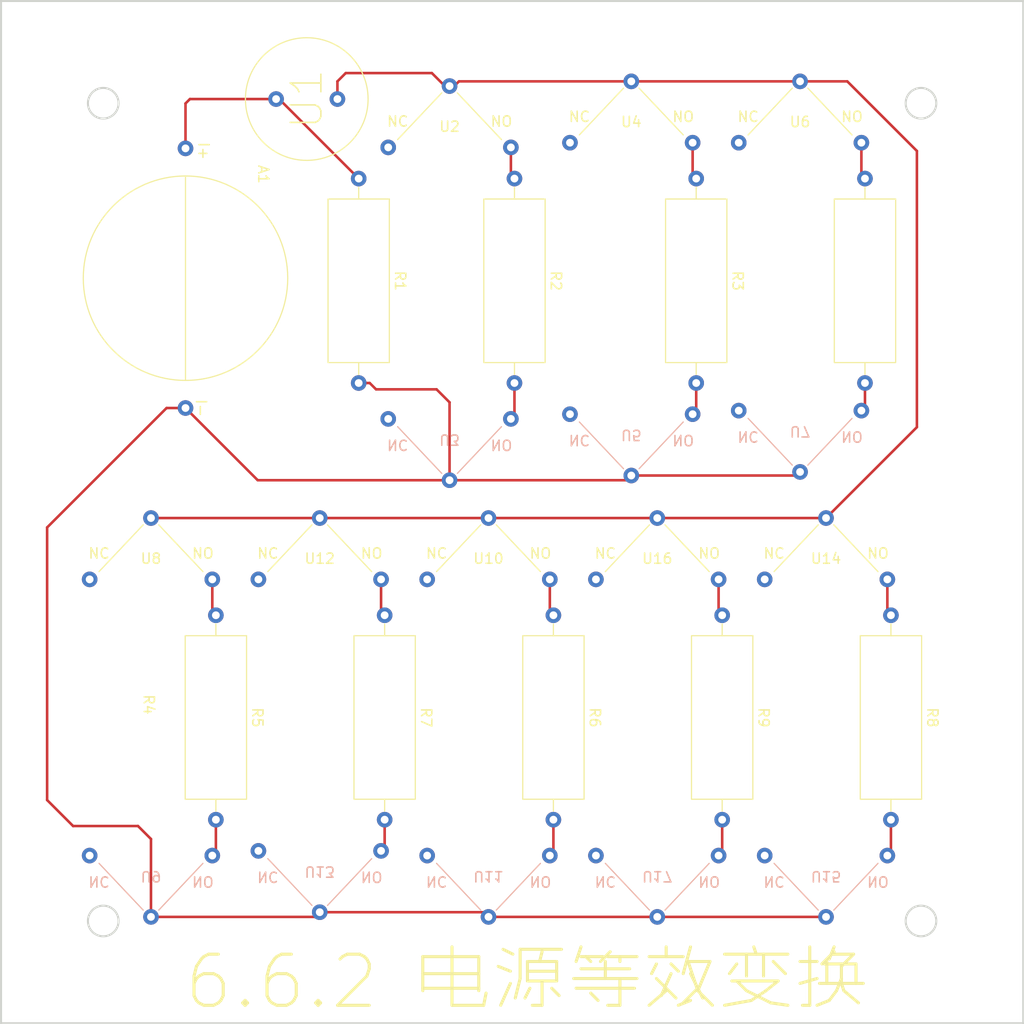
<source format=kicad_pcb>
(kicad_pcb (version 20211014) (generator pcbnew)
  (layers (0 "F.Cu" signal) (31 "B.Cu" signal) (34 "B.Paste" user) (35 "F.Paste" user) (36 "B.SilkS" user "B.Silkscreen") (37 "F.SilkS" user "F.Silkscreen") (38 "B.Mask" user) (39 "F.Mask" user) (44 "Edge.Cuts" user))
  (net 0 "")
  (net 1 "Net-(A1-Pad2)")
  (net 2 "Net-(R3-Pad1)")
  (net 3 "Net-(R3-Pad2)")
  (net 4 "Net-(R6-Pad2)")
  (net 21 "Net-(U1-Pad1)")
  (net 22 "Net-(U2-Pad3)")
  (net 23 "Net-(U3-Pad3)")
  (net 24 "Net-(U6-Pad3)")
  (net 25 "Net-(U7-Pad3)")
  (net 26 "Net-(U8-Pad3)")
  (net 27 "Net-(U9-Pad3)")
  (net 28 "Net-(U10-Pad3)")
  (net 29 "Net-(U12-Pad3)")
  (net 30 "Net-(U13-Pad3)")
  (net 31 "Net-(U14-Pad3)")
  (net 32 "Net-(U15-Pad3)")
  (net 33 "Net-(U16-Pad3)")
  (net 34 "Net-(U17-Pad3)")
  (net 35 "Net-(U6-Pad1)")
  (footprint "test2021:R" (layer "F.Cu") (at 99.06 82.09 -90)
    (fp_text reference "R8" (at 0 -4.064 -90 unlocked) (layer "F.SilkS"))
    (fp_text value "R")
    (fp_line (start -8 0) (end -9.144 0) (layer "F.SilkS") (width 0.12))
    (fp_line (start 8 0) (end 9.144 0) (layer "F.SilkS") (width 0.12))
    (fp_rect (start -8 -3) (end 8 3) (layer "F.SilkS") (width 0.12) (fill none))
    (pad "1" thru_hole circle (at -10 0 270) (size 1.524 1.524) (drill 0.762) (layers *.Cu *.Mask) (net 31 "Net-(U14-Pad3)"))
    (pad "2" thru_hole circle (at 10 0 270) (size 1.524 1.524) (drill 0.762) (layers *.Cu *.Mask) (net 32 "Net-(U15-Pad3)"))
  )
  (footprint "test2021:Multimeter" (layer "F.Cu") (at 41.91 21.59 90)
    (fp_text reference "U1" (at 0 0 90 unlocked) (layer "F.SilkS") (effects (font (size 3 3))))
    (fp_text value "mA")
    (fp_circle (center 0 0) (end 6 0) (layer "F.SilkS") (width 0.12) (fill none))
    (pad "1" thru_hole circle (at 0 -3 90) (size 1.524 1.524) (drill 0.762) (layers *.Cu *.Mask) (net 21 "Net-(U1-Pad1)"))
    (pad "2" thru_hole circle (at 0 3 90) (size 1.524 1.524) (drill 0.762) (layers *.Cu *.Mask) (net 35 "Net-(U6-Pad1)"))
  )
  (footprint "test2021:R" (layer "F.Cu") (at 66.04 82.09 -90)
    (fp_text reference "R6" (at 0 -4.064 -90 unlocked) (layer "F.SilkS"))
    (fp_text value "R")
    (fp_line (start -8 0) (end -9.144 0) (layer "F.SilkS") (width 0.12))
    (fp_line (start 8 0) (end 9.144 0) (layer "F.SilkS") (width 0.12))
    (fp_rect (start -8 -3) (end 8 3) (layer "F.SilkS") (width 0.12) (fill none))
    (pad "1" thru_hole circle (at -10 0 270) (size 1.524 1.524) (drill 0.762) (layers *.Cu *.Mask) (net 28 "Net-(U10-Pad3)"))
    (pad "2" thru_hole circle (at 10 0 270) (size 1.524 1.524) (drill 0.762) (layers *.Cu *.Mask) (net 4 "Net-(R6-Pad2)"))
  )
  (footprint "test2021:RLy" (layer "F.Cu") (at 43.18 68.58)
    (fp_text reference "U12" (at 0 -2.032 unlocked) (layer "F.SilkS"))
    (fp_text value "Rly")
    (fp_text user "NO" (at 5.08 -2.54 unlocked) (layer "F.SilkS"))
    (fp_text user "NC" (at -5.08 -2.54 unlocked) (layer "F.SilkS"))
    (fp_line (start -0.762 -5.334) (end -5.08 -0.762) (layer "F.SilkS") (width 0.12))
    (fp_line (start 0.762 -5.334) (end 5.08 -0.762) (layer "F.SilkS") (width 0.12))
    (pad "1" thru_hole circle (at 0 -6) (size 1.524 1.524) (drill 0.762) (layers *.Cu *.Mask) (net 35 "Net-(U6-Pad1)"))
    (pad "2" thru_hole circle (at -6 0) (size 1.524 1.524) (drill 0.762) (layers *.Cu *.Mask))
    (pad "3" thru_hole circle (at 6 0) (size 1.524 1.524) (drill 0.762) (layers *.Cu *.Mask) (net 29 "Net-(U12-Pad3)"))
  )
  (footprint "test2021:RLy" (layer "F.Cu") (at 90.17 25.86)
    (fp_text reference "U6" (at 0 -2.032 unlocked) (layer "F.SilkS"))
    (fp_text value "Rly")
    (fp_text user "NC" (at -5.08 -2.54 unlocked) (layer "F.SilkS"))
    (fp_text user "NO" (at 5.08 -2.54 unlocked) (layer "F.SilkS"))
    (fp_line (start 0.762 -5.334) (end 5.08 -0.762) (layer "F.SilkS") (width 0.12))
    (fp_line (start -0.762 -5.334) (end -5.08 -0.762) (layer "F.SilkS") (width 0.12))
    (pad "1" thru_hole circle (at 0 -6) (size 1.524 1.524) (drill 0.762) (layers *.Cu *.Mask) (net 35 "Net-(U6-Pad1)"))
    (pad "2" thru_hole circle (at -6 0) (size 1.524 1.524) (drill 0.762) (layers *.Cu *.Mask))
    (pad "3" thru_hole circle (at 6 0) (size 1.524 1.524) (drill 0.762) (layers *.Cu *.Mask) (net 24 "Net-(U6-Pad3)"))
  )
  (footprint "test2021:R" (layer "F.Cu") (at 62.23 39.37 -90)
    (fp_text reference "R2" (at 0 -4.064 -90 unlocked) (layer "F.SilkS"))
    (fp_text value "R")
    (fp_line (start -8 0) (end -9.144 0) (layer "F.SilkS") (width 0.12))
    (fp_line (start 8 0) (end 9.144 0) (layer "F.SilkS") (width 0.12))
    (fp_rect (start -8 -3) (end 8 3) (layer "F.SilkS") (width 0.12) (fill none))
    (pad "1" thru_hole circle (at -10 0 270) (size 1.524 1.524) (drill 0.762) (layers *.Cu *.Mask) (net 22 "Net-(U2-Pad3)"))
    (pad "2" thru_hole circle (at 10 0 270) (size 1.524 1.524) (drill 0.762) (layers *.Cu *.Mask) (net 23 "Net-(U3-Pad3)"))
  )
  (footprint "test2021:RLy" (layer "F.Cu") (at 76.2 68.58)
    (fp_text reference "U16" (at 0 -2.032 unlocked) (layer "F.SilkS"))
    (fp_text value "Rly")
    (fp_text user "NO" (at 5.08 -2.54 unlocked) (layer "F.SilkS"))
    (fp_text user "NC" (at -5.08 -2.54 unlocked) (layer "F.SilkS"))
    (fp_line (start 0.762 -5.334) (end 5.08 -0.762) (layer "F.SilkS") (width 0.12))
    (fp_line (start -0.762 -5.334) (end -5.08 -0.762) (layer "F.SilkS") (width 0.12))
    (pad "1" thru_hole circle (at 0 -6) (size 1.524 1.524) (drill 0.762) (layers *.Cu *.Mask) (net 35 "Net-(U6-Pad1)"))
    (pad "2" thru_hole circle (at -6 0) (size 1.524 1.524) (drill 0.762) (layers *.Cu *.Mask))
    (pad "3" thru_hole circle (at 6 0) (size 1.524 1.524) (drill 0.762) (layers *.Cu *.Mask) (net 33 "Net-(U16-Pad3)"))
  )
  (footprint "test2021:RLy" (layer "F.Cu") (at 73.66 25.86)
    (fp_text reference "U4" (at 0 -2.032 unlocked) (layer "F.SilkS"))
    (fp_text value "Rly")
    (fp_text user "NC" (at -5.08 -2.54 unlocked) (layer "F.SilkS"))
    (fp_text user "NO" (at 5.08 -2.54 unlocked) (layer "F.SilkS"))
    (fp_line (start -0.762 -5.334) (end -5.08 -0.762) (layer "F.SilkS") (width 0.12))
    (fp_line (start 0.762 -5.334) (end 5.08 -0.762) (layer "F.SilkS") (width 0.12))
    (pad "1" thru_hole circle (at 0 -6) (size 1.524 1.524) (drill 0.762) (layers *.Cu *.Mask) (net 35 "Net-(U6-Pad1)"))
    (pad "2" thru_hole circle (at -6 0) (size 1.524 1.524) (drill 0.762) (layers *.Cu *.Mask))
    (pad "3" thru_hole circle (at 6 0) (size 1.524 1.524) (drill 0.762) (layers *.Cu *.Mask) (net 2 "Net-(R3-Pad1)"))
  )
  (footprint "test2021:RLy" (layer "F.Cu") (at 59.69 68.58)
    (fp_text reference "U10" (at 0 -2.032 unlocked) (layer "F.SilkS"))
    (fp_text value "Rly")
    (fp_text user "NC" (at -5.08 -2.54 unlocked) (layer "F.SilkS"))
    (fp_text user "NO" (at 5.08 -2.54 unlocked) (layer "F.SilkS"))
    (fp_line (start 0.762 -5.334) (end 5.08 -0.762) (layer "F.SilkS") (width 0.12))
    (fp_line (start -0.762 -5.334) (end -5.08 -0.762) (layer "F.SilkS") (width 0.12))
    (pad "1" thru_hole circle (at 0 -6) (size 1.524 1.524) (drill 0.762) (layers *.Cu *.Mask) (net 35 "Net-(U6-Pad1)"))
    (pad "2" thru_hole circle (at -6 0) (size 1.524 1.524) (drill 0.762) (layers *.Cu *.Mask))
    (pad "3" thru_hole circle (at 6 0) (size 1.524 1.524) (drill 0.762) (layers *.Cu *.Mask) (net 28 "Net-(U10-Pad3)"))
  )
  (footprint "test2021:RLy" (layer "F.Cu") (at 26.67 68.58)
    (fp_text reference "U8" (at 0 -2.032 unlocked) (layer "F.SilkS"))
    (fp_text value "Rly")
    (fp_text user "NC" (at -5.08 -2.54 unlocked) (layer "F.SilkS"))
    (fp_text user "NO" (at 5.08 -2.54 unlocked) (layer "F.SilkS"))
    (fp_line (start 0.762 -5.334) (end 5.08 -0.762) (layer "F.SilkS") (width 0.12))
    (fp_line (start -0.762 -5.334) (end -5.08 -0.762) (layer "F.SilkS") (width 0.12))
    (pad "1" thru_hole circle (at 0 -6) (size 1.524 1.524) (drill 0.762) (layers *.Cu *.Mask) (net 35 "Net-(U6-Pad1)"))
    (pad "2" thru_hole circle (at -6 0) (size 1.524 1.524) (drill 0.762) (layers *.Cu *.Mask))
    (pad "3" thru_hole circle (at 6 0) (size 1.524 1.524) (drill 0.762) (layers *.Cu *.Mask) (net 26 "Net-(U8-Pad3)"))
  )
  (footprint "test2021:R" (layer "F.Cu") (at 82.55 82.09 -90)
    (fp_text reference "R9" (at 0 -4.064 -90 unlocked) (layer "F.SilkS"))
    (fp_text value "R")
    (fp_line (start 8 0) (end 9.144 0) (layer "F.SilkS") (width 0.12))
    (fp_line (start -8 0) (end -9.144 0) (layer "F.SilkS") (width 0.12))
    (fp_rect (start -8 -3) (end 8 3) (layer "F.SilkS") (width 0.12) (fill none))
    (pad "1" thru_hole circle (at -10 0 270) (size 1.524 1.524) (drill 0.762) (layers *.Cu *.Mask) (net 33 "Net-(U16-Pad3)"))
    (pad "2" thru_hole circle (at 10 0 270) (size 1.524 1.524) (drill 0.762) (layers *.Cu *.Mask) (net 34 "Net-(U17-Pad3)"))
  )
  (footprint "test2021:RLy" (layer "F.Cu") (at 55.88 26.32)
    (fp_text reference "U2" (at 0 -2.032 unlocked) (layer "F.SilkS"))
    (fp_text value "Rly")
    (fp_text user "NO" (at 5.08 -2.54 unlocked) (layer "F.SilkS"))
    (fp_text user "NC" (at -5.08 -2.54 unlocked) (layer "F.SilkS"))
    (fp_line (start 0.762 -5.334) (end 5.08 -0.762) (layer "F.SilkS") (width 0.12))
    (fp_line (start -0.762 -5.334) (end -5.08 -0.762) (layer "F.SilkS") (width 0.12))
    (pad "1" thru_hole circle (at 0 -6) (size 1.524 1.524) (drill 0.762) (layers *.Cu *.Mask) (net 35 "Net-(U6-Pad1)"))
    (pad "2" thru_hole circle (at -6 0) (size 1.524 1.524) (drill 0.762) (layers *.Cu *.Mask))
    (pad "3" thru_hole circle (at 6 0) (size 1.524 1.524) (drill 0.762) (layers *.Cu *.Mask) (net 22 "Net-(U2-Pad3)"))
  )
  (footprint "test2021:R" (layer "F.Cu") (at 46.99 39.37 -90)
    (fp_text reference "R1" (at 0 -4.064 -90 unlocked) (layer "F.SilkS"))
    (fp_text value "R")
    (fp_line (start -8 0) (end -9.144 0) (layer "F.SilkS") (width 0.12))
    (fp_line (start 8 0) (end 9.144 0) (layer "F.SilkS") (width 0.12))
    (fp_rect (start -8 -3) (end 8 3) (layer "F.SilkS") (width 0.12) (fill none))
    (pad "1" thru_hole circle (at -10 0 270) (size 1.524 1.524) (drill 0.762) (layers *.Cu *.Mask) (net 21 "Net-(U1-Pad1)"))
    (pad "2" thru_hole circle (at 10 0 270) (size 1.524 1.524) (drill 0.762) (layers *.Cu *.Mask) (net 1 "Net-(A1-Pad2)"))
  )
  (footprint "test2021:R" (layer "F.Cu") (at 49.53 82.09 -90)
    (fp_text reference "R7" (at 0 -4.064 -90 unlocked) (layer "F.SilkS"))
    (fp_text value "R")
    (fp_line (start -8 0) (end -9.144 0) (layer "F.SilkS") (width 0.12))
    (fp_line (start 8 0) (end 9.144 0) (layer "F.SilkS") (width 0.12))
    (fp_rect (start -8 -3) (end 8 3) (layer "F.SilkS") (width 0.12) (fill none))
    (pad "1" thru_hole circle (at -10 0 270) (size 1.524 1.524) (drill 0.762) (layers *.Cu *.Mask) (net 29 "Net-(U12-Pad3)"))
    (pad "2" thru_hole circle (at 10 0 270) (size 1.524 1.524) (drill 0.762) (layers *.Cu *.Mask) (net 30 "Net-(U13-Pad3)"))
  )
  (footprint "test2021:R" (layer "F.Cu") (at 33.02 82.09 -90)
    (fp_text reference "R5" (at 0 -4.064 -90 unlocked) (layer "F.SilkS"))
    (fp_text value "R")
    (fp_line (start -8 0) (end -9.144 0) (layer "F.SilkS") (width 0.12))
    (fp_line (start 8 0) (end 9.144 0) (layer "F.SilkS") (width 0.12))
    (fp_rect (start -8 -3) (end 8 3) (layer "F.SilkS") (width 0.12) (fill none))
    (pad "1" thru_hole circle (at -10 0 270) (size 1.524 1.524) (drill 0.762) (layers *.Cu *.Mask) (net 26 "Net-(U8-Pad3)"))
    (pad "2" thru_hole circle (at 10 0 270) (size 1.524 1.524) (drill 0.762) (layers *.Cu *.Mask) (net 27 "Net-(U9-Pad3)"))
  )
  (footprint "test2021:R" (layer "F.Cu") (at 96.52 39.37 -90)
    (fp_text reference "R4" (at 41.45 70.056 -90 unlocked) (layer "F.SilkS"))
    (fp_text value "R")
    (fp_line (start -8 0) (end -9.144 0) (layer "F.SilkS") (width 0.12))
    (fp_line (start 8 0) (end 9.144 0) (layer "F.SilkS") (width 0.12))
    (fp_rect (start -8 -3) (end 8 3) (layer "F.SilkS") (width 0.12) (fill none))
    (pad "1" thru_hole circle (at -10 0 270) (size 1.524 1.524) (drill 0.762) (layers *.Cu *.Mask) (net 24 "Net-(U6-Pad3)"))
    (pad "2" thru_hole circle (at 10 0 270) (size 1.524 1.524) (drill 0.762) (layers *.Cu *.Mask) (net 25 "Net-(U7-Pad3)"))
  )
  (footprint "test2021:R" (layer "F.Cu") (at 80.01 39.37 -90)
    (fp_text reference "R3" (at 0 -4.064 -90 unlocked) (layer "F.SilkS"))
    (fp_text value "R")
    (fp_line (start 8 0) (end 9.144 0) (layer "F.SilkS") (width 0.12))
    (fp_line (start -8 0) (end -9.144 0) (layer "F.SilkS") (width 0.12))
    (fp_rect (start -8 -3) (end 8 3) (layer "F.SilkS") (width 0.12) (fill none))
    (pad "1" thru_hole circle (at -10 0 270) (size 1.524 1.524) (drill 0.762) (layers *.Cu *.Mask) (net 2 "Net-(R3-Pad1)"))
    (pad "2" thru_hole circle (at 10 0 270) (size 1.524 1.524) (drill 0.762) (layers *.Cu *.Mask) (net 3 "Net-(R3-Pad2)"))
  )
  (footprint "test2021:Is" (layer "F.Cu") (at 30.0482 39.116 -90)
    (fp_text reference "A1" (at -10.16 -7.62 -90 unlocked) (layer "F.SilkS"))
    (fp_text value "Is")
    (fp_text user "I-" (at 12.7 -1.524 -90 unlocked) (layer "F.SilkS"))
    (fp_text user "I+" (at -12.446 -1.778 -90 unlocked) (layer "F.SilkS"))
    (fp_line (start -10 0) (end 10 0) (layer "F.SilkS") (width 0.12))
    (fp_circle (center 0 0) (end 10 0) (layer "F.SilkS") (width 0.12) (fill none))
    (pad "1" thru_hole circle (at -12.7 0 270) (size 1.524 1.524) (drill 0.762) (layers *.Cu *.Mask) (net 21 "Net-(U1-Pad1)"))
    (pad "2" thru_hole circle (at 12.7 0 270) (size 1.524 1.524) (drill 0.762) (layers *.Cu *.Mask) (net 1 "Net-(A1-Pad2)"))
  )
  (footprint "test2021:RLy" (layer "F.Cu") (at 92.71 68.58)
    (fp_text reference "U14" (at 0 -2.032 unlocked) (layer "F.SilkS"))
    (fp_text value "Rly")
    (fp_text user "NO" (at 5.08 -2.54 unlocked) (layer "F.SilkS"))
    (fp_text user "NC" (at -5.08 -2.54 unlocked) (layer "F.SilkS"))
    (fp_line (start -0.762 -5.334) (end -5.08 -0.762) (layer "F.SilkS") (width 0.12))
    (fp_line (start 0.762 -5.334) (end 5.08 -0.762) (layer "F.SilkS") (width 0.12))
    (pad "1" thru_hole circle (at 0 -6) (size 1.524 1.524) (drill 0.762) (layers *.Cu *.Mask) (net 35 "Net-(U6-Pad1)"))
    (pad "2" thru_hole circle (at -6 0) (size 1.524 1.524) (drill 0.762) (layers *.Cu *.Mask))
    (pad "3" thru_hole circle (at 6 0) (size 1.524 1.524) (drill 0.762) (layers *.Cu *.Mask) (net 31 "Net-(U14-Pad3)"))
  )
  (footprint "test2021:RLy" (layer "B.Cu") (at 90.17 52.07)
    (fp_text reference "U7" (at 0 2.032 180 unlocked) (layer "B.SilkS") (effects (justify mirror)))
    (fp_text value "Rly")
    (fp_text user "NC" (at -5.08 2.54 180 unlocked) (layer "B.SilkS") (effects (justify mirror)))
    (fp_text user "NO" (at 5.08 2.54 180 unlocked) (layer "B.SilkS") (effects (justify mirror)))
    (fp_line (start -0.762 5.334) (end -5.08 0.762) (layer "B.SilkS") (width 0.12))
    (fp_line (start 0.762 5.334) (end 5.08 0.762) (layer "B.SilkS") (width 0.12))
    (pad "1" thru_hole circle (at 0 6) (size 1.524 1.524) (drill 0.762) (layers *.Cu *.Mask) (net 1 "Net-(A1-Pad2)"))
    (pad "2" thru_hole circle (at -6 0) (size 1.524 1.524) (drill 0.762) (layers *.Cu *.Mask))
    (pad "3" thru_hole circle (at 6 0) (size 1.524 1.524) (drill 0.762) (layers *.Cu *.Mask) (net 25 "Net-(U7-Pad3)"))
  )
  (footprint "test2021:RLy" (layer "B.Cu") (at 76.2 95.6)
    (fp_text reference "U17" (at 0 2.032 180 unlocked) (layer "B.SilkS") (effects (justify mirror)))
    (fp_text value "Rly")
    (fp_text user "NO" (at 5.08 2.54 180 unlocked) (layer "B.SilkS") (effects (justify mirror)))
    (fp_text user "NC" (at -5.08 2.54 180 unlocked) (layer "B.SilkS") (effects (justify mirror)))
    (fp_line (start 0.762 5.334) (end 5.08 0.762) (layer "B.SilkS") (width 0.12))
    (fp_line (start -0.762 5.334) (end -5.08 0.762) (layer "B.SilkS") (width 0.12))
    (pad "1" thru_hole circle (at 0 6) (size 1.524 1.524) (drill 0.762) (layers *.Cu *.Mask) (net 1 "Net-(A1-Pad2)"))
    (pad "2" thru_hole circle (at -6 0) (size 1.524 1.524) (drill 0.762) (layers *.Cu *.Mask))
    (pad "3" thru_hole circle (at 6 0) (size 1.524 1.524) (drill 0.762) (layers *.Cu *.Mask) (net 34 "Net-(U17-Pad3)"))
  )
  (footprint "test2021:RLy" (layer "B.Cu") (at 92.71 95.6)
    (fp_text reference "U15" (at 0 2.032 180 unlocked) (layer "B.SilkS") (effects (justify mirror)))
    (fp_text value "Rly")
    (fp_text user "NO" (at 5.08 2.54 180 unlocked) (layer "B.SilkS") (effects (justify mirror)))
    (fp_text user "NC" (at -5.08 2.54 180 unlocked) (layer "B.SilkS") (effects (justify mirror)))
    (fp_line (start 0.762 5.334) (end 5.08 0.762) (layer "B.SilkS") (width 0.12))
    (fp_line (start -0.762 5.334) (end -5.08 0.762) (layer "B.SilkS") (width 0.12))
    (pad "1" thru_hole circle (at 0 6) (size 1.524 1.524) (drill 0.762) (layers *.Cu *.Mask) (net 1 "Net-(A1-Pad2)"))
    (pad "2" thru_hole circle (at -6 0) (size 1.524 1.524) (drill 0.762) (layers *.Cu *.Mask))
    (pad "3" thru_hole circle (at 6 0) (size 1.524 1.524) (drill 0.762) (layers *.Cu *.Mask) (net 32 "Net-(U15-Pad3)"))
  )
  (footprint "test2021:RLy" (layer "B.Cu") (at 59.69 95.6)
    (fp_text reference "U11" (at 0 2.032 180 unlocked) (layer "B.SilkS") (effects (justify mirror)))
    (fp_text value "Rly")
    (fp_text user "NC" (at -5.08 2.54 180 unlocked) (layer "B.SilkS") (effects (justify mirror)))
    (fp_text user "NO" (at 5.08 2.54 180 unlocked) (layer "B.SilkS") (effects (justify mirror)))
    (fp_line (start 0.762 5.334) (end 5.08 0.762) (layer "B.SilkS") (width 0.12))
    (fp_line (start -0.762 5.334) (end -5.08 0.762) (layer "B.SilkS") (width 0.12))
    (pad "1" thru_hole circle (at 0 6) (size 1.524 1.524) (drill 0.762) (layers *.Cu *.Mask) (net 1 "Net-(A1-Pad2)"))
    (pad "2" thru_hole circle (at -6 0) (size 1.524 1.524) (drill 0.762) (layers *.Cu *.Mask))
    (pad "3" thru_hole circle (at 6 0) (size 1.524 1.524) (drill 0.762) (layers *.Cu *.Mask) (net 4 "Net-(R6-Pad2)"))
  )
  (footprint "test2021:RLy" (layer "B.Cu") (at 73.66 52.42)
    (fp_text reference "U5" (at 0 2.032 180 unlocked) (layer "B.SilkS") (effects (justify mirror)))
    (fp_text value "Rly")
    (fp_text user "NO" (at 5.08 2.54 180 unlocked) (layer "B.SilkS") (effects (justify mirror)))
    (fp_text user "NC" (at -5.08 2.54 180 unlocked) (layer "B.SilkS") (effects (justify mirror)))
    (fp_line (start 0.762 5.334) (end 5.08 0.762) (layer "B.SilkS") (width 0.12))
    (fp_line (start -0.762 5.334) (end -5.08 0.762) (layer "B.SilkS") (width 0.12))
    (pad "1" thru_hole circle (at 0 6) (size 1.524 1.524) (drill 0.762) (layers *.Cu *.Mask) (net 1 "Net-(A1-Pad2)"))
    (pad "2" thru_hole circle (at -6 0) (size 1.524 1.524) (drill 0.762) (layers *.Cu *.Mask))
    (pad "3" thru_hole circle (at 6 0) (size 1.524 1.524) (drill 0.762) (layers *.Cu *.Mask) (net 3 "Net-(R3-Pad2)"))
  )
  (footprint "test2021:RLy" (layer "B.Cu") (at 43.18 95.14)
    (fp_text reference "U13" (at 0 2.032 180 unlocked) (layer "B.SilkS") (effects (justify mirror)))
    (fp_text value "Rly")
    (fp_text user "NC" (at -5.08 2.54 180 unlocked) (layer "B.SilkS") (effects (justify mirror)))
    (fp_text user "NO" (at 5.08 2.54 180 unlocked) (layer "B.SilkS") (effects (justify mirror)))
    (fp_line (start -0.762 5.334) (end -5.08 0.762) (layer "B.SilkS") (width 0.12))
    (fp_line (start 0.762 5.334) (end 5.08 0.762) (layer "B.SilkS") (width 0.12))
    (pad "1" thru_hole circle (at 0 6) (size 1.524 1.524) (drill 0.762) (layers *.Cu *.Mask) (net 1 "Net-(A1-Pad2)"))
    (pad "2" thru_hole circle (at -6 0) (size 1.524 1.524) (drill 0.762) (layers *.Cu *.Mask))
    (pad "3" thru_hole circle (at 6 0) (size 1.524 1.524) (drill 0.762) (layers *.Cu *.Mask) (net 30 "Net-(U13-Pad3)"))
  )
  (footprint "test2021:RLy" (layer "B.Cu") (at 26.67 95.6)
    (fp_text reference "U9" (at 0 2.032 180 unlocked) (layer "B.SilkS") (effects (justify mirror)))
    (fp_text value "Rly")
    (fp_text user "NC" (at -5.08 2.54 180 unlocked) (layer "B.SilkS") (effects (justify mirror)))
    (fp_text user "NO" (at 5.08 2.54 180 unlocked) (layer "B.SilkS") (effects (justify mirror)))
    (fp_line (start -0.762 5.334) (end -5.08 0.762) (layer "B.SilkS") (width 0.12))
    (fp_line (start 0.762 5.334) (end 5.08 0.762) (layer "B.SilkS") (width 0.12))
    (pad "1" thru_hole circle (at 0 6) (size 1.524 1.524) (drill 0.762) (layers *.Cu *.Mask) (net 1 "Net-(A1-Pad2)"))
    (pad "2" thru_hole circle (at -6 0) (size 1.524 1.524) (drill 0.762) (layers *.Cu *.Mask))
    (pad "3" thru_hole circle (at 6 0) (size 1.524 1.524) (drill 0.762) (layers *.Cu *.Mask) (net 27 "Net-(U9-Pad3)"))
  )
  (footprint "test2021:RLy" (layer "B.Cu") (at 55.88 52.88)
    (fp_text reference "U3" (at 0 2.032 180 unlocked) (layer "B.SilkS") (effects (justify mirror)))
    (fp_text value "Rly")
    (fp_text user "NC" (at -5.08 2.54 180 unlocked) (layer "B.SilkS") (effects (justify mirror)))
    (fp_text user "NO" (at 5.08 2.54 180 unlocked) (layer "B.SilkS") (effects (justify mirror)))
    (fp_line (start 0.762 5.334) (end 5.08 0.762) (layer "B.SilkS") (width 0.12))
    (fp_line (start -0.762 5.334) (end -5.08 0.762) (layer "B.SilkS") (width 0.12))
    (pad "1" thru_hole circle (at 0 6) (size 1.524 1.524) (drill 0.762) (layers *.Cu *.Mask) (net 1 "Net-(A1-Pad2)"))
    (pad "2" thru_hole circle (at -6 0) (size 1.524 1.524) (drill 0.762) (layers *.Cu *.Mask))
    (pad "3" thru_hole circle (at 6 0) (size 1.524 1.524) (drill 0.762) (layers *.Cu *.Mask) (net 23 "Net-(U3-Pad3)"))
  )
  (gr_circle (center 22 22) (end 23.5 22) (layer "Edge.Cuts") (width 0.2) (fill none))
  (gr_circle (center 22 102) (end 23.5 102) (layer "Edge.Cuts") (width 0.2) (fill none))
  (gr_rect (start 12 12) (end 112 112) (layer "Edge.Cuts") (width 0.2) (fill none))
  (gr_circle (center 102 102) (end 103.5 102) (layer "Edge.Cuts") (width 0.2) (fill none))
  (gr_circle (center 102 22) (end 103.5 22) (layer "Edge.Cuts") (width 0.2) (fill none))
  (gr_text "6.6.2 电源等效变换" (at 63.5 107.95) (layer "F.SilkS") (effects (font (size 5 5) (thickness 0.3))))
  (segment (start 46.99 49.37) (end 48.06763 49.37) (width 0.25) (layer "F.Cu") (net 1))
  (segment (start 42.72 101.6) (end 43.18 101.14) (width 0.25) (layer "F.Cu") (net 1))
  (segment (start 89.82 58.42) (end 90.17 58.07) (width 0.25) (layer "F.Cu") (net 1))
  (segment (start 26.67 93.98) (end 26.67 101.6) (width 0.25) (layer "F.Cu") (net 1))
  (segment (start 19.05 92.71) (end 25.4 92.71) (width 0.25) (layer "F.Cu") (net 1))
  (segment (start 55.88 58.88) (end 73.2 58.88) (width 0.25) (layer "F.Cu") (net 1))
  (segment (start 76.2 101.6) (end 92.71 101.6) (width 0.25) (layer "F.Cu") (net 1))
  (segment (start 54.61 49.99) (end 55.88 51.26) (width 0.25) (layer "F.Cu") (net 1))
  (segment (start 28.194 51.816) (end 16.51 63.5) (width 0.25) (layer "F.Cu") (net 1))
  (segment (start 73.66 58.42) (end 89.82 58.42) (width 0.25) (layer "F.Cu") (net 1))
  (segment (start 26.67 101.6) (end 42.72 101.6) (width 0.25) (layer "F.Cu") (net 1))
  (segment (start 55.88 51.26) (end 55.88 58.88) (width 0.25) (layer "F.Cu") (net 1))
  (segment (start 37.1122 58.88) (end 55.88 58.88) (width 0.25) (layer "F.Cu") (net 1))
  (segment (start 30.0482 51.816) (end 28.194 51.816) (width 0.25) (layer "F.Cu") (net 1))
  (segment (start 25.4 92.71) (end 26.67 93.98) (width 0.25) (layer "F.Cu") (net 1))
  (segment (start 48.68763 49.99) (end 54.61 49.99) (width 0.25) (layer "F.Cu") (net 1))
  (segment (start 16.51 90.17) (end 19.05 92.71) (width 0.25) (layer "F.Cu") (net 1))
  (segment (start 43.18 101.14) (end 59.23 101.14) (width 0.25) (layer "F.Cu") (net 1))
  (segment (start 48.06763 49.37) (end 48.68763 49.99) (width 0.25) (layer "F.Cu") (net 1))
  (segment (start 59.23 101.14) (end 59.69 101.6) (width 0.25) (layer "F.Cu") (net 1))
  (segment (start 59.69 101.6) (end 76.2 101.6) (width 0.25) (layer "F.Cu") (net 1))
  (segment (start 30.0482 51.816) (end 37.1122 58.88) (width 0.25) (layer "F.Cu") (net 1))
  (segment (start 73.2 58.88) (end 73.66 58.42) (width 0.25) (layer "F.Cu") (net 1))
  (segment (start 16.51 63.5) (end 16.51 90.17) (width 0.25) (layer "F.Cu") (net 1))
  (segment (start 79.66 25.86) (end 79.66 29.02) (width 0.25) (layer "F.Cu") (net 2))
  (segment (start 79.66 29.02) (end 80.01 29.37) (width 0.25) (layer "F.Cu") (net 2))
  (segment (start 80.01 49.37) (end 80.01 52.07) (width 0.25) (layer "F.Cu") (net 3))
  (segment (start 80.01 52.07) (end 79.66 52.42) (width 0.25) (layer "F.Cu") (net 3))
  (segment (start 66.04 92.09) (end 66.04 95.25) (width 0.25) (layer "F.Cu") (net 4))
  (segment (start 66.04 95.25) (end 65.69 95.6) (width 0.25) (layer "F.Cu") (net 4))
  (segment (start 30.0482 22.0218) (end 30.48 21.59) (width 0.25) (layer "F.Cu") (net 21))
  (segment (start 30.48 21.59) (end 38.91 21.59) (width 0.25) (layer "F.Cu") (net 21))
  (segment (start 38.91 21.29) (end 46.99 29.37) (width 0.25) (layer "F.Cu") (net 21))
  (segment (start 30.0482 26.416) (end 30.0482 22.0218) (width 0.25) (layer "F.Cu") (net 21))
  (segment (start 61.88 29.02) (end 62.23 29.37) (width 0.25) (layer "F.Cu") (net 22))
  (segment (start 61.88 26.32) (end 61.88 29.02) (width 0.25) (layer "F.Cu") (net 22))
  (segment (start 62.23 52.53) (end 61.88 52.88) (width 0.25) (layer "F.Cu") (net 23))
  (segment (start 62.23 49.37) (end 62.23 52.53) (width 0.25) (layer "F.Cu") (net 23))
  (segment (start 96.17 25.86) (end 96.17 29.02) (width 0.25) (layer "F.Cu") (net 24))
  (segment (start 96.17 29.02) (end 96.52 29.37) (width 0.25) (layer "F.Cu") (net 24))
  (segment (start 96.52 51.72) (end 96.17 52.07) (width 0.25) (layer "F.Cu") (net 25))
  (segment (start 96.52 49.37) (end 96.52 51.72) (width 0.25) (layer "F.Cu") (net 25))
  (segment (start 32.67 71.74) (end 33.02 72.09) (width 0.25) (layer "F.Cu") (net 26))
  (segment (start 32.67 68.58) (end 32.67 71.74) (width 0.25) (layer "F.Cu") (net 26))
  (segment (start 33.02 92.09) (end 33.02 95.25) (width 0.25) (layer "F.Cu") (net 27))
  (segment (start 33.02 95.25) (end 32.67 95.6) (width 0.25) (layer "F.Cu") (net 27))
  (segment (start 65.69 68.58) (end 65.69 71.74) (width 0.25) (layer "F.Cu") (net 28))
  (segment (start 65.69 71.74) (end 66.04 72.09) (width 0.25) (layer "F.Cu") (net 28))
  (segment (start 49.18 71.74) (end 49.53 72.09) (width 0.25) (layer "F.Cu") (net 29))
  (segment (start 49.18 68.58) (end 49.18 71.74) (width 0.25) (layer "F.Cu") (net 29))
  (segment (start 49.53 92.09) (end 49.53 94.79) (width 0.25) (layer "F.Cu") (net 30))
  (segment (start 49.53 94.79) (end 49.18 95.14) (width 0.25) (layer "F.Cu") (net 30))
  (segment (start 98.71 71.74) (end 99.06 72.09) (width 0.25) (layer "F.Cu") (net 31))
  (segment (start 98.71 68.58) (end 98.71 71.74) (width 0.25) (layer "F.Cu") (net 31))
  (segment (start 99.06 95.25) (end 98.71 95.6) (width 0.25) (layer "F.Cu") (net 32))
  (segment (start 99.06 92.09) (end 99.06 95.25) (width 0.25) (layer "F.Cu") (net 32))
  (segment (start 82.2 71.74) (end 82.55 72.09) (width 0.25) (layer "F.Cu") (net 33))
  (segment (start 82.2 68.58) (end 82.2 71.74) (width 0.25) (layer "F.Cu") (net 33))
  (segment (start 82.55 92.09) (end 82.55 95.25) (width 0.25) (layer "F.Cu") (net 34))
  (segment (start 82.55 95.25) (end 82.2 95.6) (width 0.25) (layer "F.Cu") (net 34))
  (segment (start 43.18 62.58) (end 59.34 62.58) (width 0.25) (layer "F.Cu") (net 35))
  (segment (start 59.69 62.23) (end 59.69 62.58) (width 0.25) (layer "F.Cu") (net 35))
  (segment (start 54.15 19.05) (end 55.88 20.78) (width 0.25) (layer "F.Cu") (net 35))
  (segment (start 101.6 26.67) (end 101.6 53.69) (width 0.25) (layer "F.Cu") (net 35))
  (segment (start 90.17 19.86) (end 94.79 19.86) (width 0.25) (layer "F.Cu") (net 35))
  (segment (start 26.67 62.58) (end 43.18 62.58) (width 0.25) (layer "F.Cu") (net 35))
  (segment (start 73.66 19.86) (end 90.52 19.86) (width 0.25) (layer "F.Cu") (net 35))
  (segment (start 94.79 19.86) (end 101.6 26.67) (width 0.25) (layer "F.Cu") (net 35))
  (segment (start 92.36 62.58) (end 92.71 62.23) (width 0.25) (layer "F.Cu") (net 35))
  (segment (start 59.34 62.58) (end 59.69 62.23) (width 0.25) (layer "F.Cu") (net 35))
  (segment (start 101.6 53.69) (end 92.71 62.58) (width 0.25) (layer "F.Cu") (net 35))
  (segment (start 45.72 19.05) (end 54.15 19.05) (width 0.25) (layer "F.Cu") (net 35))
  (segment (start 44.91 21.59) (end 44.91 19.86) (width 0.25) (layer "F.Cu") (net 35))
  (segment (start 55.88 20.78) (end 56.8 19.86) (width 0.25) (layer "F.Cu") (net 35))
  (segment (start 92.71 62.23) (end 92.71 62.58) (width 0.25) (layer "F.Cu") (net 35))
  (segment (start 44.91 19.86) (end 45.72 19.05) (width 0.25) (layer "F.Cu") (net 35))
  (segment (start 59.69 62.58) (end 76.2 62.58) (width 0.25) (layer "F.Cu") (net 35))
  (segment (start 56.8 19.86) (end 73.66 19.86) (width 0.25) (layer "F.Cu") (net 35))
  (segment (start 76.2 62.58) (end 92.36 62.58) (width 0.25) (layer "F.Cu") (net 35))
)
</source>
